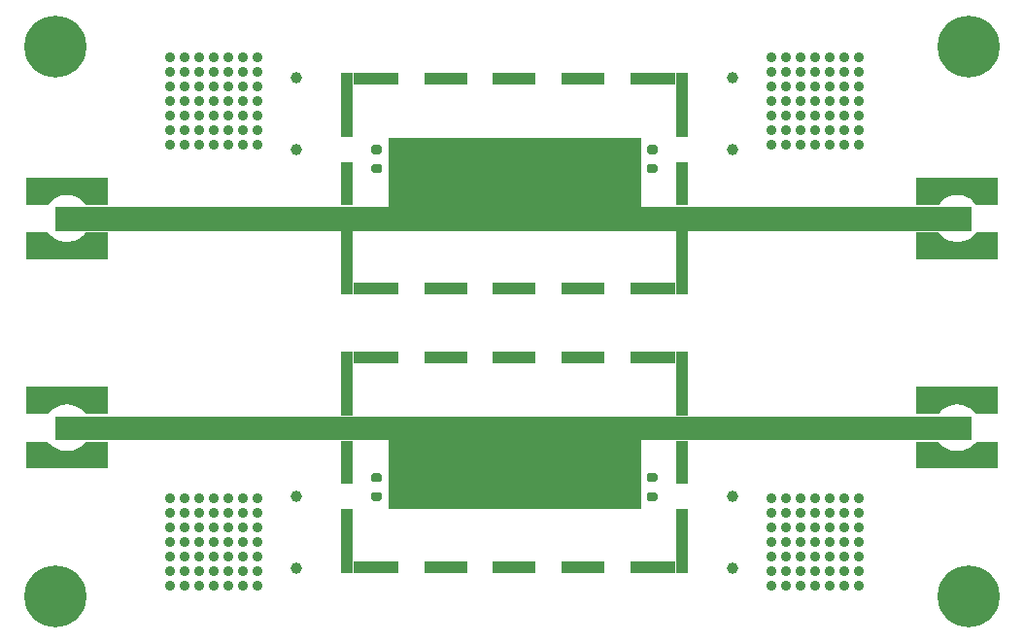
<source format=gbr>
%TF.GenerationSoftware,KiCad,Pcbnew,(5.1.9-0-10_14)*%
%TF.CreationDate,2021-09-14T14:36:21+02:00*%
%TF.ProjectId,rf-proto-card,72662d70-726f-4746-9f2d-636172642e6b,1*%
%TF.SameCoordinates,Original*%
%TF.FileFunction,Soldermask,Top*%
%TF.FilePolarity,Negative*%
%FSLAX46Y46*%
G04 Gerber Fmt 4.6, Leading zero omitted, Abs format (unit mm)*
G04 Created by KiCad (PCBNEW (5.1.9-0-10_14)) date 2021-09-14 14:36:21*
%MOMM*%
%LPD*%
G01*
G04 APERTURE LIST*
%ADD10C,0.100000*%
%ADD11R,1.000000X4.550000*%
%ADD12R,1.000000X3.800000*%
%ADD13R,3.980000X1.000000*%
%ADD14R,3.800000X1.000000*%
%ADD15R,1.000000X1.000000*%
%ADD16C,1.000000*%
%ADD17C,0.900000*%
%ADD18R,0.900000X1.300000*%
%ADD19C,1.730000*%
%ADD20C,0.800000*%
%ADD21C,5.400000*%
G04 APERTURE END LIST*
D10*
G36*
X157000000Y-84000000D02*
G01*
X185750000Y-84000000D01*
X185750000Y-86000000D01*
X106000000Y-86000000D01*
X106000000Y-84000000D01*
X135000000Y-84000000D01*
X135000000Y-78000000D01*
X157000000Y-78000000D01*
X157000000Y-84000000D01*
G37*
X157000000Y-84000000D02*
X185750000Y-84000000D01*
X185750000Y-86000000D01*
X106000000Y-86000000D01*
X106000000Y-84000000D01*
X135000000Y-84000000D01*
X135000000Y-78000000D01*
X157000000Y-78000000D01*
X157000000Y-84000000D01*
G36*
X185750000Y-104250000D02*
G01*
X157000000Y-104250000D01*
X157000000Y-110250000D01*
X135000000Y-110250000D01*
X135000000Y-104250000D01*
X106000000Y-104250000D01*
X106000000Y-102250000D01*
X185750000Y-102250000D01*
X185750000Y-104250000D01*
G37*
X185750000Y-104250000D02*
X157000000Y-104250000D01*
X157000000Y-110250000D01*
X135000000Y-110250000D01*
X135000000Y-104250000D01*
X106000000Y-104250000D01*
X106000000Y-102250000D01*
X185750000Y-102250000D01*
X185750000Y-104250000D01*
D11*
%TO.C,J5*%
X160580000Y-88375000D03*
X131420000Y-88375000D03*
D12*
X160580000Y-82000000D03*
X131420000Y-82000000D03*
D11*
X160580000Y-75625000D03*
X131420000Y-75625000D03*
D13*
X158090000Y-91150000D03*
X158090000Y-72850000D03*
D14*
X152000000Y-91150000D03*
X152000000Y-72850000D03*
X146000000Y-91150000D03*
X146000000Y-72850000D03*
X140000000Y-91150000D03*
X140000000Y-72850000D03*
D13*
X133910000Y-91150000D03*
X133910000Y-72850000D03*
D15*
X131420000Y-91150000D03*
X160580000Y-91150000D03*
X160580000Y-72850000D03*
X131420000Y-72850000D03*
%TD*%
D16*
%TO.C,TP8*%
X127000000Y-115500000D03*
%TD*%
%TO.C,TP7*%
X127000000Y-109250000D03*
%TD*%
%TO.C,TP6*%
X165000000Y-72750000D03*
%TD*%
%TO.C,TP5*%
X165000000Y-79000000D03*
%TD*%
D11*
%TO.C,J6*%
X131420000Y-99875000D03*
X160580000Y-99875000D03*
D12*
X131420000Y-106250000D03*
X160580000Y-106250000D03*
D11*
X131420000Y-112625000D03*
X160580000Y-112625000D03*
D13*
X133910000Y-97100000D03*
X133910000Y-115400000D03*
D14*
X140000000Y-97100000D03*
X140000000Y-115400000D03*
X146000000Y-97100000D03*
X146000000Y-115400000D03*
X152000000Y-97100000D03*
X152000000Y-115400000D03*
D13*
X158090000Y-97100000D03*
X158090000Y-115400000D03*
D15*
X160580000Y-97100000D03*
X131420000Y-97100000D03*
X131420000Y-115400000D03*
X160580000Y-115400000D03*
%TD*%
D17*
%TO.C,Z4*%
X169650000Y-71000000D03*
X174730000Y-71000000D03*
X173460000Y-72270000D03*
X168380000Y-71000000D03*
X169650000Y-72270000D03*
X172190000Y-71000000D03*
X176000000Y-71000000D03*
X176000000Y-72270000D03*
X176000000Y-73540000D03*
X174730000Y-73540000D03*
X174730000Y-72270000D03*
X168380000Y-72270000D03*
X168380000Y-73540000D03*
X169650000Y-73540000D03*
X173460000Y-73540000D03*
X172190000Y-73540000D03*
X172190000Y-72270000D03*
X170920000Y-73540000D03*
X170920000Y-72270000D03*
X170920000Y-71000000D03*
X173460000Y-71000000D03*
X173460000Y-74810000D03*
X169650000Y-74810000D03*
X176000000Y-74810000D03*
X176000000Y-76080000D03*
X174730000Y-76080000D03*
X174730000Y-74810000D03*
X168380000Y-74810000D03*
X168380000Y-76080000D03*
X169650000Y-76080000D03*
X173460000Y-76080000D03*
X172190000Y-76080000D03*
X172190000Y-74810000D03*
X170920000Y-76080000D03*
X170920000Y-74810000D03*
X168380000Y-78620000D03*
X168380000Y-77350000D03*
X174730000Y-77350000D03*
X174730000Y-78620000D03*
X176000000Y-78620000D03*
X176000000Y-77350000D03*
X172190000Y-77350000D03*
X172190000Y-78620000D03*
X173460000Y-78620000D03*
X173460000Y-77350000D03*
X169650000Y-77350000D03*
X170920000Y-77350000D03*
X170920000Y-78620000D03*
X169650000Y-78620000D03*
%TD*%
%TO.C,Z3*%
X122350000Y-117000000D03*
X117270000Y-117000000D03*
X118540000Y-115730000D03*
X123620000Y-117000000D03*
X122350000Y-115730000D03*
X119810000Y-117000000D03*
X116000000Y-117000000D03*
X116000000Y-115730000D03*
X116000000Y-114460000D03*
X117270000Y-114460000D03*
X117270000Y-115730000D03*
X123620000Y-115730000D03*
X123620000Y-114460000D03*
X122350000Y-114460000D03*
X118540000Y-114460000D03*
X119810000Y-114460000D03*
X119810000Y-115730000D03*
X121080000Y-114460000D03*
X121080000Y-115730000D03*
X121080000Y-117000000D03*
X118540000Y-117000000D03*
X118540000Y-113190000D03*
X122350000Y-113190000D03*
X116000000Y-113190000D03*
X116000000Y-111920000D03*
X117270000Y-111920000D03*
X117270000Y-113190000D03*
X123620000Y-113190000D03*
X123620000Y-111920000D03*
X122350000Y-111920000D03*
X118540000Y-111920000D03*
X119810000Y-111920000D03*
X119810000Y-113190000D03*
X121080000Y-111920000D03*
X121080000Y-113190000D03*
X123620000Y-109380000D03*
X123620000Y-110650000D03*
X117270000Y-110650000D03*
X117270000Y-109380000D03*
X116000000Y-109380000D03*
X116000000Y-110650000D03*
X119810000Y-110650000D03*
X119810000Y-109380000D03*
X118540000Y-109380000D03*
X118540000Y-110650000D03*
X122350000Y-110650000D03*
X121080000Y-110650000D03*
X121080000Y-109380000D03*
X122350000Y-109380000D03*
%TD*%
%TO.C,Z2*%
X169650000Y-109380000D03*
X174730000Y-109380000D03*
X173460000Y-110650000D03*
X168380000Y-109380000D03*
X169650000Y-110650000D03*
X172190000Y-109380000D03*
X176000000Y-109380000D03*
X176000000Y-110650000D03*
X176000000Y-111920000D03*
X174730000Y-111920000D03*
X174730000Y-110650000D03*
X168380000Y-110650000D03*
X168380000Y-111920000D03*
X169650000Y-111920000D03*
X173460000Y-111920000D03*
X172190000Y-111920000D03*
X172190000Y-110650000D03*
X170920000Y-111920000D03*
X170920000Y-110650000D03*
X170920000Y-109380000D03*
X173460000Y-109380000D03*
X173460000Y-113190000D03*
X169650000Y-113190000D03*
X176000000Y-113190000D03*
X176000000Y-114460000D03*
X174730000Y-114460000D03*
X174730000Y-113190000D03*
X168380000Y-113190000D03*
X168380000Y-114460000D03*
X169650000Y-114460000D03*
X173460000Y-114460000D03*
X172190000Y-114460000D03*
X172190000Y-113190000D03*
X170920000Y-114460000D03*
X170920000Y-113190000D03*
X168380000Y-117000000D03*
X168380000Y-115730000D03*
X174730000Y-115730000D03*
X174730000Y-117000000D03*
X176000000Y-117000000D03*
X176000000Y-115730000D03*
X172190000Y-115730000D03*
X172190000Y-117000000D03*
X173460000Y-117000000D03*
X173460000Y-115730000D03*
X169650000Y-115730000D03*
X170920000Y-115730000D03*
X170920000Y-117000000D03*
X169650000Y-117000000D03*
%TD*%
%TO.C,Z1*%
X117270000Y-71000000D03*
X122350000Y-71000000D03*
X121080000Y-72270000D03*
X116000000Y-71000000D03*
X117270000Y-72270000D03*
X119810000Y-71000000D03*
X123620000Y-71000000D03*
X123620000Y-72270000D03*
X123620000Y-73540000D03*
X122350000Y-73540000D03*
X122350000Y-72270000D03*
X116000000Y-72270000D03*
X116000000Y-73540000D03*
X117270000Y-73540000D03*
X121080000Y-73540000D03*
X119810000Y-73540000D03*
X119810000Y-72270000D03*
X118540000Y-73540000D03*
X118540000Y-72270000D03*
X118540000Y-71000000D03*
X121080000Y-71000000D03*
X121080000Y-74810000D03*
X117270000Y-74810000D03*
X123620000Y-74810000D03*
X123620000Y-76080000D03*
X122350000Y-76080000D03*
X122350000Y-74810000D03*
X116000000Y-74810000D03*
X116000000Y-76080000D03*
X117270000Y-76080000D03*
X121080000Y-76080000D03*
X119810000Y-76080000D03*
X119810000Y-74810000D03*
X118540000Y-76080000D03*
X118540000Y-74810000D03*
X116000000Y-78620000D03*
X116000000Y-77350000D03*
X122350000Y-77350000D03*
X122350000Y-78620000D03*
X123620000Y-78620000D03*
X123620000Y-77350000D03*
X119810000Y-77350000D03*
X119810000Y-78620000D03*
X121080000Y-78620000D03*
X121080000Y-77350000D03*
X117270000Y-77350000D03*
X118540000Y-77350000D03*
X118540000Y-78620000D03*
X117270000Y-78620000D03*
%TD*%
D10*
%TO.C,U2*%
G36*
X145133500Y-107200000D02*
G01*
X145133500Y-104075000D01*
X145550000Y-104075000D01*
X145550000Y-102600000D01*
X146450000Y-102600000D01*
X146450000Y-104075000D01*
X146866500Y-104075000D01*
X146866500Y-107200000D01*
X145133500Y-107200000D01*
G37*
D18*
X144500000Y-103250000D03*
X147500000Y-103250000D03*
%TD*%
D16*
%TO.C,TP4*%
X165000000Y-115500000D03*
%TD*%
%TO.C,TP3*%
X165000000Y-109250000D03*
%TD*%
D10*
%TO.C,J4*%
G36*
X105500000Y-104630000D02*
G01*
X105640000Y-104770000D01*
X105795000Y-104895000D01*
X105965000Y-105005000D01*
X106140000Y-105100000D01*
X106325000Y-105175000D01*
X106520000Y-105230000D01*
X106720000Y-105270000D01*
X106915000Y-105285000D01*
X107085000Y-105285000D01*
X107280000Y-105270000D01*
X107480000Y-105230000D01*
X107675000Y-105175000D01*
X107860000Y-105100000D01*
X108035000Y-105005000D01*
X108205000Y-104895000D01*
X108360000Y-104770000D01*
X108500000Y-104630000D01*
X108645000Y-104455000D01*
X110555000Y-104455000D01*
X110555000Y-106805000D01*
X103445000Y-106805000D01*
X103445000Y-104455000D01*
X105355000Y-104455000D01*
X105500000Y-104630000D01*
G37*
G36*
X108500000Y-101870000D02*
G01*
X108360000Y-101730000D01*
X108205000Y-101605000D01*
X108035000Y-101495000D01*
X107860000Y-101400000D01*
X107675000Y-101325000D01*
X107480000Y-101270000D01*
X107280000Y-101230000D01*
X107085000Y-101215000D01*
X106915000Y-101215000D01*
X106720000Y-101230000D01*
X106520000Y-101270000D01*
X106325000Y-101325000D01*
X106140000Y-101400000D01*
X105965000Y-101495000D01*
X105795000Y-101605000D01*
X105640000Y-101730000D01*
X105500000Y-101870000D01*
X105355000Y-102045000D01*
X103445000Y-102045000D01*
X103445000Y-99695000D01*
X110555000Y-99695000D01*
X110555000Y-102045000D01*
X108645000Y-102045000D01*
X108500000Y-101870000D01*
G37*
D19*
X107000000Y-103250000D03*
%TD*%
D10*
%TO.C,J2*%
G36*
X183100000Y-104630000D02*
G01*
X183240000Y-104770000D01*
X183395000Y-104895000D01*
X183565000Y-105005000D01*
X183740000Y-105100000D01*
X183925000Y-105175000D01*
X184120000Y-105230000D01*
X184320000Y-105270000D01*
X184515000Y-105285000D01*
X184685000Y-105285000D01*
X184880000Y-105270000D01*
X185080000Y-105230000D01*
X185275000Y-105175000D01*
X185460000Y-105100000D01*
X185635000Y-105005000D01*
X185805000Y-104895000D01*
X185960000Y-104770000D01*
X186100000Y-104630000D01*
X186245000Y-104455000D01*
X188155000Y-104455000D01*
X188155000Y-106805000D01*
X181045000Y-106805000D01*
X181045000Y-104455000D01*
X182955000Y-104455000D01*
X183100000Y-104630000D01*
G37*
G36*
X186100000Y-101870000D02*
G01*
X185960000Y-101730000D01*
X185805000Y-101605000D01*
X185635000Y-101495000D01*
X185460000Y-101400000D01*
X185275000Y-101325000D01*
X185080000Y-101270000D01*
X184880000Y-101230000D01*
X184685000Y-101215000D01*
X184515000Y-101215000D01*
X184320000Y-101230000D01*
X184120000Y-101270000D01*
X183925000Y-101325000D01*
X183740000Y-101400000D01*
X183565000Y-101495000D01*
X183395000Y-101605000D01*
X183240000Y-101730000D01*
X183100000Y-101870000D01*
X182955000Y-102045000D01*
X181045000Y-102045000D01*
X181045000Y-99695000D01*
X188155000Y-99695000D01*
X188155000Y-102045000D01*
X186245000Y-102045000D01*
X186100000Y-101870000D01*
G37*
D19*
X184600000Y-103250000D03*
%TD*%
%TO.C,B14*%
G36*
G01*
X133725000Y-108850000D02*
X134275000Y-108850000D01*
G75*
G02*
X134475000Y-109050000I0J-200000D01*
G01*
X134475000Y-109450000D01*
G75*
G02*
X134275000Y-109650000I-200000J0D01*
G01*
X133725000Y-109650000D01*
G75*
G02*
X133525000Y-109450000I0J200000D01*
G01*
X133525000Y-109050000D01*
G75*
G02*
X133725000Y-108850000I200000J0D01*
G01*
G37*
G36*
G01*
X133725000Y-107200000D02*
X134275000Y-107200000D01*
G75*
G02*
X134475000Y-107400000I0J-200000D01*
G01*
X134475000Y-107800000D01*
G75*
G02*
X134275000Y-108000000I-200000J0D01*
G01*
X133725000Y-108000000D01*
G75*
G02*
X133525000Y-107800000I0J200000D01*
G01*
X133525000Y-107400000D01*
G75*
G02*
X133725000Y-107200000I200000J0D01*
G01*
G37*
%TD*%
%TO.C,B13*%
G36*
G01*
X135725000Y-104500000D02*
X136275000Y-104500000D01*
G75*
G02*
X136475000Y-104700000I0J-200000D01*
G01*
X136475000Y-105100000D01*
G75*
G02*
X136275000Y-105300000I-200000J0D01*
G01*
X135725000Y-105300000D01*
G75*
G02*
X135525000Y-105100000I0J200000D01*
G01*
X135525000Y-104700000D01*
G75*
G02*
X135725000Y-104500000I200000J0D01*
G01*
G37*
G36*
G01*
X135725000Y-102850000D02*
X136275000Y-102850000D01*
G75*
G02*
X136475000Y-103050000I0J-200000D01*
G01*
X136475000Y-103450000D01*
G75*
G02*
X136275000Y-103650000I-200000J0D01*
G01*
X135725000Y-103650000D01*
G75*
G02*
X135525000Y-103450000I0J200000D01*
G01*
X135525000Y-103050000D01*
G75*
G02*
X135725000Y-102850000I200000J0D01*
G01*
G37*
%TD*%
%TO.C,B12*%
G36*
G01*
X135725000Y-108850000D02*
X136275000Y-108850000D01*
G75*
G02*
X136475000Y-109050000I0J-200000D01*
G01*
X136475000Y-109450000D01*
G75*
G02*
X136275000Y-109650000I-200000J0D01*
G01*
X135725000Y-109650000D01*
G75*
G02*
X135525000Y-109450000I0J200000D01*
G01*
X135525000Y-109050000D01*
G75*
G02*
X135725000Y-108850000I200000J0D01*
G01*
G37*
G36*
G01*
X135725000Y-107200000D02*
X136275000Y-107200000D01*
G75*
G02*
X136475000Y-107400000I0J-200000D01*
G01*
X136475000Y-107800000D01*
G75*
G02*
X136275000Y-108000000I-200000J0D01*
G01*
X135725000Y-108000000D01*
G75*
G02*
X135525000Y-107800000I0J200000D01*
G01*
X135525000Y-107400000D01*
G75*
G02*
X135725000Y-107200000I200000J0D01*
G01*
G37*
%TD*%
%TO.C,B11*%
G36*
G01*
X138575000Y-102975000D02*
X138575000Y-103525000D01*
G75*
G02*
X138375000Y-103725000I-200000J0D01*
G01*
X137975000Y-103725000D01*
G75*
G02*
X137775000Y-103525000I0J200000D01*
G01*
X137775000Y-102975000D01*
G75*
G02*
X137975000Y-102775000I200000J0D01*
G01*
X138375000Y-102775000D01*
G75*
G02*
X138575000Y-102975000I0J-200000D01*
G01*
G37*
G36*
G01*
X140225000Y-102975000D02*
X140225000Y-103525000D01*
G75*
G02*
X140025000Y-103725000I-200000J0D01*
G01*
X139625000Y-103725000D01*
G75*
G02*
X139425000Y-103525000I0J200000D01*
G01*
X139425000Y-102975000D01*
G75*
G02*
X139625000Y-102775000I200000J0D01*
G01*
X140025000Y-102775000D01*
G75*
G02*
X140225000Y-102975000I0J-200000D01*
G01*
G37*
%TD*%
%TO.C,B10*%
G36*
G01*
X138575000Y-105975000D02*
X138575000Y-106525000D01*
G75*
G02*
X138375000Y-106725000I-200000J0D01*
G01*
X137975000Y-106725000D01*
G75*
G02*
X137775000Y-106525000I0J200000D01*
G01*
X137775000Y-105975000D01*
G75*
G02*
X137975000Y-105775000I200000J0D01*
G01*
X138375000Y-105775000D01*
G75*
G02*
X138575000Y-105975000I0J-200000D01*
G01*
G37*
G36*
G01*
X140225000Y-105975000D02*
X140225000Y-106525000D01*
G75*
G02*
X140025000Y-106725000I-200000J0D01*
G01*
X139625000Y-106725000D01*
G75*
G02*
X139425000Y-106525000I0J200000D01*
G01*
X139425000Y-105975000D01*
G75*
G02*
X139625000Y-105775000I200000J0D01*
G01*
X140025000Y-105775000D01*
G75*
G02*
X140225000Y-105975000I0J-200000D01*
G01*
G37*
%TD*%
%TO.C,B9*%
G36*
G01*
X141725000Y-104500000D02*
X142275000Y-104500000D01*
G75*
G02*
X142475000Y-104700000I0J-200000D01*
G01*
X142475000Y-105100000D01*
G75*
G02*
X142275000Y-105300000I-200000J0D01*
G01*
X141725000Y-105300000D01*
G75*
G02*
X141525000Y-105100000I0J200000D01*
G01*
X141525000Y-104700000D01*
G75*
G02*
X141725000Y-104500000I200000J0D01*
G01*
G37*
G36*
G01*
X141725000Y-102850000D02*
X142275000Y-102850000D01*
G75*
G02*
X142475000Y-103050000I0J-200000D01*
G01*
X142475000Y-103450000D01*
G75*
G02*
X142275000Y-103650000I-200000J0D01*
G01*
X141725000Y-103650000D01*
G75*
G02*
X141525000Y-103450000I0J200000D01*
G01*
X141525000Y-103050000D01*
G75*
G02*
X141725000Y-102850000I200000J0D01*
G01*
G37*
%TD*%
%TO.C,B8*%
G36*
G01*
X141725000Y-108850000D02*
X142275000Y-108850000D01*
G75*
G02*
X142475000Y-109050000I0J-200000D01*
G01*
X142475000Y-109450000D01*
G75*
G02*
X142275000Y-109650000I-200000J0D01*
G01*
X141725000Y-109650000D01*
G75*
G02*
X141525000Y-109450000I0J200000D01*
G01*
X141525000Y-109050000D01*
G75*
G02*
X141725000Y-108850000I200000J0D01*
G01*
G37*
G36*
G01*
X141725000Y-107200000D02*
X142275000Y-107200000D01*
G75*
G02*
X142475000Y-107400000I0J-200000D01*
G01*
X142475000Y-107800000D01*
G75*
G02*
X142275000Y-108000000I-200000J0D01*
G01*
X141725000Y-108000000D01*
G75*
G02*
X141525000Y-107800000I0J200000D01*
G01*
X141525000Y-107400000D01*
G75*
G02*
X141725000Y-107200000I200000J0D01*
G01*
G37*
%TD*%
%TO.C,B7*%
G36*
G01*
X149725000Y-104500000D02*
X150275000Y-104500000D01*
G75*
G02*
X150475000Y-104700000I0J-200000D01*
G01*
X150475000Y-105100000D01*
G75*
G02*
X150275000Y-105300000I-200000J0D01*
G01*
X149725000Y-105300000D01*
G75*
G02*
X149525000Y-105100000I0J200000D01*
G01*
X149525000Y-104700000D01*
G75*
G02*
X149725000Y-104500000I200000J0D01*
G01*
G37*
G36*
G01*
X149725000Y-102850000D02*
X150275000Y-102850000D01*
G75*
G02*
X150475000Y-103050000I0J-200000D01*
G01*
X150475000Y-103450000D01*
G75*
G02*
X150275000Y-103650000I-200000J0D01*
G01*
X149725000Y-103650000D01*
G75*
G02*
X149525000Y-103450000I0J200000D01*
G01*
X149525000Y-103050000D01*
G75*
G02*
X149725000Y-102850000I200000J0D01*
G01*
G37*
%TD*%
%TO.C,B6*%
G36*
G01*
X149725000Y-108850000D02*
X150275000Y-108850000D01*
G75*
G02*
X150475000Y-109050000I0J-200000D01*
G01*
X150475000Y-109450000D01*
G75*
G02*
X150275000Y-109650000I-200000J0D01*
G01*
X149725000Y-109650000D01*
G75*
G02*
X149525000Y-109450000I0J200000D01*
G01*
X149525000Y-109050000D01*
G75*
G02*
X149725000Y-108850000I200000J0D01*
G01*
G37*
G36*
G01*
X149725000Y-107200000D02*
X150275000Y-107200000D01*
G75*
G02*
X150475000Y-107400000I0J-200000D01*
G01*
X150475000Y-107800000D01*
G75*
G02*
X150275000Y-108000000I-200000J0D01*
G01*
X149725000Y-108000000D01*
G75*
G02*
X149525000Y-107800000I0J200000D01*
G01*
X149525000Y-107400000D01*
G75*
G02*
X149725000Y-107200000I200000J0D01*
G01*
G37*
%TD*%
%TO.C,B5*%
G36*
G01*
X152575000Y-102975000D02*
X152575000Y-103525000D01*
G75*
G02*
X152375000Y-103725000I-200000J0D01*
G01*
X151975000Y-103725000D01*
G75*
G02*
X151775000Y-103525000I0J200000D01*
G01*
X151775000Y-102975000D01*
G75*
G02*
X151975000Y-102775000I200000J0D01*
G01*
X152375000Y-102775000D01*
G75*
G02*
X152575000Y-102975000I0J-200000D01*
G01*
G37*
G36*
G01*
X154225000Y-102975000D02*
X154225000Y-103525000D01*
G75*
G02*
X154025000Y-103725000I-200000J0D01*
G01*
X153625000Y-103725000D01*
G75*
G02*
X153425000Y-103525000I0J200000D01*
G01*
X153425000Y-102975000D01*
G75*
G02*
X153625000Y-102775000I200000J0D01*
G01*
X154025000Y-102775000D01*
G75*
G02*
X154225000Y-102975000I0J-200000D01*
G01*
G37*
%TD*%
%TO.C,B4*%
G36*
G01*
X152575000Y-105975000D02*
X152575000Y-106525000D01*
G75*
G02*
X152375000Y-106725000I-200000J0D01*
G01*
X151975000Y-106725000D01*
G75*
G02*
X151775000Y-106525000I0J200000D01*
G01*
X151775000Y-105975000D01*
G75*
G02*
X151975000Y-105775000I200000J0D01*
G01*
X152375000Y-105775000D01*
G75*
G02*
X152575000Y-105975000I0J-200000D01*
G01*
G37*
G36*
G01*
X154225000Y-105975000D02*
X154225000Y-106525000D01*
G75*
G02*
X154025000Y-106725000I-200000J0D01*
G01*
X153625000Y-106725000D01*
G75*
G02*
X153425000Y-106525000I0J200000D01*
G01*
X153425000Y-105975000D01*
G75*
G02*
X153625000Y-105775000I200000J0D01*
G01*
X154025000Y-105775000D01*
G75*
G02*
X154225000Y-105975000I0J-200000D01*
G01*
G37*
%TD*%
%TO.C,B3*%
G36*
G01*
X155725000Y-104500000D02*
X156275000Y-104500000D01*
G75*
G02*
X156475000Y-104700000I0J-200000D01*
G01*
X156475000Y-105100000D01*
G75*
G02*
X156275000Y-105300000I-200000J0D01*
G01*
X155725000Y-105300000D01*
G75*
G02*
X155525000Y-105100000I0J200000D01*
G01*
X155525000Y-104700000D01*
G75*
G02*
X155725000Y-104500000I200000J0D01*
G01*
G37*
G36*
G01*
X155725000Y-102850000D02*
X156275000Y-102850000D01*
G75*
G02*
X156475000Y-103050000I0J-200000D01*
G01*
X156475000Y-103450000D01*
G75*
G02*
X156275000Y-103650000I-200000J0D01*
G01*
X155725000Y-103650000D01*
G75*
G02*
X155525000Y-103450000I0J200000D01*
G01*
X155525000Y-103050000D01*
G75*
G02*
X155725000Y-102850000I200000J0D01*
G01*
G37*
%TD*%
%TO.C,B2*%
G36*
G01*
X155725000Y-108850000D02*
X156275000Y-108850000D01*
G75*
G02*
X156475000Y-109050000I0J-200000D01*
G01*
X156475000Y-109450000D01*
G75*
G02*
X156275000Y-109650000I-200000J0D01*
G01*
X155725000Y-109650000D01*
G75*
G02*
X155525000Y-109450000I0J200000D01*
G01*
X155525000Y-109050000D01*
G75*
G02*
X155725000Y-108850000I200000J0D01*
G01*
G37*
G36*
G01*
X155725000Y-107200000D02*
X156275000Y-107200000D01*
G75*
G02*
X156475000Y-107400000I0J-200000D01*
G01*
X156475000Y-107800000D01*
G75*
G02*
X156275000Y-108000000I-200000J0D01*
G01*
X155725000Y-108000000D01*
G75*
G02*
X155525000Y-107800000I0J200000D01*
G01*
X155525000Y-107400000D01*
G75*
G02*
X155725000Y-107200000I200000J0D01*
G01*
G37*
%TD*%
%TO.C,B1*%
G36*
G01*
X157725000Y-108850000D02*
X158275000Y-108850000D01*
G75*
G02*
X158475000Y-109050000I0J-200000D01*
G01*
X158475000Y-109450000D01*
G75*
G02*
X158275000Y-109650000I-200000J0D01*
G01*
X157725000Y-109650000D01*
G75*
G02*
X157525000Y-109450000I0J200000D01*
G01*
X157525000Y-109050000D01*
G75*
G02*
X157725000Y-108850000I200000J0D01*
G01*
G37*
G36*
G01*
X157725000Y-107200000D02*
X158275000Y-107200000D01*
G75*
G02*
X158475000Y-107400000I0J-200000D01*
G01*
X158475000Y-107800000D01*
G75*
G02*
X158275000Y-108000000I-200000J0D01*
G01*
X157725000Y-108000000D01*
G75*
G02*
X157525000Y-107800000I0J200000D01*
G01*
X157525000Y-107400000D01*
G75*
G02*
X157725000Y-107200000I200000J0D01*
G01*
G37*
%TD*%
D10*
%TO.C,U1*%
G36*
X146866500Y-81050000D02*
G01*
X146866500Y-84175000D01*
X146450000Y-84175000D01*
X146450000Y-85650000D01*
X145550000Y-85650000D01*
X145550000Y-84175000D01*
X145133500Y-84175000D01*
X145133500Y-81050000D01*
X146866500Y-81050000D01*
G37*
D18*
X147500000Y-85000000D03*
X144500000Y-85000000D03*
%TD*%
D16*
%TO.C,TP2*%
X127000000Y-72750000D03*
%TD*%
%TO.C,TP1*%
X127000000Y-79000000D03*
%TD*%
D10*
%TO.C,J3*%
G36*
X186100000Y-83620000D02*
G01*
X185960000Y-83480000D01*
X185805000Y-83355000D01*
X185635000Y-83245000D01*
X185460000Y-83150000D01*
X185275000Y-83075000D01*
X185080000Y-83020000D01*
X184880000Y-82980000D01*
X184685000Y-82965000D01*
X184515000Y-82965000D01*
X184320000Y-82980000D01*
X184120000Y-83020000D01*
X183925000Y-83075000D01*
X183740000Y-83150000D01*
X183565000Y-83245000D01*
X183395000Y-83355000D01*
X183240000Y-83480000D01*
X183100000Y-83620000D01*
X182955000Y-83795000D01*
X181045000Y-83795000D01*
X181045000Y-81445000D01*
X188155000Y-81445000D01*
X188155000Y-83795000D01*
X186245000Y-83795000D01*
X186100000Y-83620000D01*
G37*
G36*
X183100000Y-86380000D02*
G01*
X183240000Y-86520000D01*
X183395000Y-86645000D01*
X183565000Y-86755000D01*
X183740000Y-86850000D01*
X183925000Y-86925000D01*
X184120000Y-86980000D01*
X184320000Y-87020000D01*
X184515000Y-87035000D01*
X184685000Y-87035000D01*
X184880000Y-87020000D01*
X185080000Y-86980000D01*
X185275000Y-86925000D01*
X185460000Y-86850000D01*
X185635000Y-86755000D01*
X185805000Y-86645000D01*
X185960000Y-86520000D01*
X186100000Y-86380000D01*
X186245000Y-86205000D01*
X188155000Y-86205000D01*
X188155000Y-88555000D01*
X181045000Y-88555000D01*
X181045000Y-86205000D01*
X182955000Y-86205000D01*
X183100000Y-86380000D01*
G37*
D19*
X184600000Y-85000000D03*
%TD*%
D10*
%TO.C,J1*%
G36*
X108500000Y-83620000D02*
G01*
X108360000Y-83480000D01*
X108205000Y-83355000D01*
X108035000Y-83245000D01*
X107860000Y-83150000D01*
X107675000Y-83075000D01*
X107480000Y-83020000D01*
X107280000Y-82980000D01*
X107085000Y-82965000D01*
X106915000Y-82965000D01*
X106720000Y-82980000D01*
X106520000Y-83020000D01*
X106325000Y-83075000D01*
X106140000Y-83150000D01*
X105965000Y-83245000D01*
X105795000Y-83355000D01*
X105640000Y-83480000D01*
X105500000Y-83620000D01*
X105355000Y-83795000D01*
X103445000Y-83795000D01*
X103445000Y-81445000D01*
X110555000Y-81445000D01*
X110555000Y-83795000D01*
X108645000Y-83795000D01*
X108500000Y-83620000D01*
G37*
G36*
X105500000Y-86380000D02*
G01*
X105640000Y-86520000D01*
X105795000Y-86645000D01*
X105965000Y-86755000D01*
X106140000Y-86850000D01*
X106325000Y-86925000D01*
X106520000Y-86980000D01*
X106720000Y-87020000D01*
X106915000Y-87035000D01*
X107085000Y-87035000D01*
X107280000Y-87020000D01*
X107480000Y-86980000D01*
X107675000Y-86925000D01*
X107860000Y-86850000D01*
X108035000Y-86755000D01*
X108205000Y-86645000D01*
X108360000Y-86520000D01*
X108500000Y-86380000D01*
X108645000Y-86205000D01*
X110555000Y-86205000D01*
X110555000Y-88555000D01*
X103445000Y-88555000D01*
X103445000Y-86205000D01*
X105355000Y-86205000D01*
X105500000Y-86380000D01*
G37*
D19*
X107000000Y-85000000D03*
%TD*%
%TO.C,A11*%
G36*
G01*
X152575000Y-84725000D02*
X152575000Y-85275000D01*
G75*
G02*
X152375000Y-85475000I-200000J0D01*
G01*
X151975000Y-85475000D01*
G75*
G02*
X151775000Y-85275000I0J200000D01*
G01*
X151775000Y-84725000D01*
G75*
G02*
X151975000Y-84525000I200000J0D01*
G01*
X152375000Y-84525000D01*
G75*
G02*
X152575000Y-84725000I0J-200000D01*
G01*
G37*
G36*
G01*
X154225000Y-84725000D02*
X154225000Y-85275000D01*
G75*
G02*
X154025000Y-85475000I-200000J0D01*
G01*
X153625000Y-85475000D01*
G75*
G02*
X153425000Y-85275000I0J200000D01*
G01*
X153425000Y-84725000D01*
G75*
G02*
X153625000Y-84525000I200000J0D01*
G01*
X154025000Y-84525000D01*
G75*
G02*
X154225000Y-84725000I0J-200000D01*
G01*
G37*
%TD*%
%TO.C,A5*%
G36*
G01*
X138575000Y-84725000D02*
X138575000Y-85275000D01*
G75*
G02*
X138375000Y-85475000I-200000J0D01*
G01*
X137975000Y-85475000D01*
G75*
G02*
X137775000Y-85275000I0J200000D01*
G01*
X137775000Y-84725000D01*
G75*
G02*
X137975000Y-84525000I200000J0D01*
G01*
X138375000Y-84525000D01*
G75*
G02*
X138575000Y-84725000I0J-200000D01*
G01*
G37*
G36*
G01*
X140225000Y-84725000D02*
X140225000Y-85275000D01*
G75*
G02*
X140025000Y-85475000I-200000J0D01*
G01*
X139625000Y-85475000D01*
G75*
G02*
X139425000Y-85275000I0J200000D01*
G01*
X139425000Y-84725000D01*
G75*
G02*
X139625000Y-84525000I200000J0D01*
G01*
X140025000Y-84525000D01*
G75*
G02*
X140225000Y-84725000I0J-200000D01*
G01*
G37*
%TD*%
%TO.C,A13*%
G36*
G01*
X156275000Y-83750000D02*
X155725000Y-83750000D01*
G75*
G02*
X155525000Y-83550000I0J200000D01*
G01*
X155525000Y-83150000D01*
G75*
G02*
X155725000Y-82950000I200000J0D01*
G01*
X156275000Y-82950000D01*
G75*
G02*
X156475000Y-83150000I0J-200000D01*
G01*
X156475000Y-83550000D01*
G75*
G02*
X156275000Y-83750000I-200000J0D01*
G01*
G37*
G36*
G01*
X156275000Y-85400000D02*
X155725000Y-85400000D01*
G75*
G02*
X155525000Y-85200000I0J200000D01*
G01*
X155525000Y-84800000D01*
G75*
G02*
X155725000Y-84600000I200000J0D01*
G01*
X156275000Y-84600000D01*
G75*
G02*
X156475000Y-84800000I0J-200000D01*
G01*
X156475000Y-85200000D01*
G75*
G02*
X156275000Y-85400000I-200000J0D01*
G01*
G37*
%TD*%
%TO.C,A9*%
G36*
G01*
X150275000Y-83750000D02*
X149725000Y-83750000D01*
G75*
G02*
X149525000Y-83550000I0J200000D01*
G01*
X149525000Y-83150000D01*
G75*
G02*
X149725000Y-82950000I200000J0D01*
G01*
X150275000Y-82950000D01*
G75*
G02*
X150475000Y-83150000I0J-200000D01*
G01*
X150475000Y-83550000D01*
G75*
G02*
X150275000Y-83750000I-200000J0D01*
G01*
G37*
G36*
G01*
X150275000Y-85400000D02*
X149725000Y-85400000D01*
G75*
G02*
X149525000Y-85200000I0J200000D01*
G01*
X149525000Y-84800000D01*
G75*
G02*
X149725000Y-84600000I200000J0D01*
G01*
X150275000Y-84600000D01*
G75*
G02*
X150475000Y-84800000I0J-200000D01*
G01*
X150475000Y-85200000D01*
G75*
G02*
X150275000Y-85400000I-200000J0D01*
G01*
G37*
%TD*%
%TO.C,A7*%
G36*
G01*
X142275000Y-83750000D02*
X141725000Y-83750000D01*
G75*
G02*
X141525000Y-83550000I0J200000D01*
G01*
X141525000Y-83150000D01*
G75*
G02*
X141725000Y-82950000I200000J0D01*
G01*
X142275000Y-82950000D01*
G75*
G02*
X142475000Y-83150000I0J-200000D01*
G01*
X142475000Y-83550000D01*
G75*
G02*
X142275000Y-83750000I-200000J0D01*
G01*
G37*
G36*
G01*
X142275000Y-85400000D02*
X141725000Y-85400000D01*
G75*
G02*
X141525000Y-85200000I0J200000D01*
G01*
X141525000Y-84800000D01*
G75*
G02*
X141725000Y-84600000I200000J0D01*
G01*
X142275000Y-84600000D01*
G75*
G02*
X142475000Y-84800000I0J-200000D01*
G01*
X142475000Y-85200000D01*
G75*
G02*
X142275000Y-85400000I-200000J0D01*
G01*
G37*
%TD*%
%TO.C,A3*%
G36*
G01*
X136275000Y-83750000D02*
X135725000Y-83750000D01*
G75*
G02*
X135525000Y-83550000I0J200000D01*
G01*
X135525000Y-83150000D01*
G75*
G02*
X135725000Y-82950000I200000J0D01*
G01*
X136275000Y-82950000D01*
G75*
G02*
X136475000Y-83150000I0J-200000D01*
G01*
X136475000Y-83550000D01*
G75*
G02*
X136275000Y-83750000I-200000J0D01*
G01*
G37*
G36*
G01*
X136275000Y-85400000D02*
X135725000Y-85400000D01*
G75*
G02*
X135525000Y-85200000I0J200000D01*
G01*
X135525000Y-84800000D01*
G75*
G02*
X135725000Y-84600000I200000J0D01*
G01*
X136275000Y-84600000D01*
G75*
G02*
X136475000Y-84800000I0J-200000D01*
G01*
X136475000Y-85200000D01*
G75*
G02*
X136275000Y-85400000I-200000J0D01*
G01*
G37*
%TD*%
%TO.C,A10*%
G36*
G01*
X152575000Y-81725000D02*
X152575000Y-82275000D01*
G75*
G02*
X152375000Y-82475000I-200000J0D01*
G01*
X151975000Y-82475000D01*
G75*
G02*
X151775000Y-82275000I0J200000D01*
G01*
X151775000Y-81725000D01*
G75*
G02*
X151975000Y-81525000I200000J0D01*
G01*
X152375000Y-81525000D01*
G75*
G02*
X152575000Y-81725000I0J-200000D01*
G01*
G37*
G36*
G01*
X154225000Y-81725000D02*
X154225000Y-82275000D01*
G75*
G02*
X154025000Y-82475000I-200000J0D01*
G01*
X153625000Y-82475000D01*
G75*
G02*
X153425000Y-82275000I0J200000D01*
G01*
X153425000Y-81725000D01*
G75*
G02*
X153625000Y-81525000I200000J0D01*
G01*
X154025000Y-81525000D01*
G75*
G02*
X154225000Y-81725000I0J-200000D01*
G01*
G37*
%TD*%
%TO.C,A4*%
G36*
G01*
X138575000Y-81725000D02*
X138575000Y-82275000D01*
G75*
G02*
X138375000Y-82475000I-200000J0D01*
G01*
X137975000Y-82475000D01*
G75*
G02*
X137775000Y-82275000I0J200000D01*
G01*
X137775000Y-81725000D01*
G75*
G02*
X137975000Y-81525000I200000J0D01*
G01*
X138375000Y-81525000D01*
G75*
G02*
X138575000Y-81725000I0J-200000D01*
G01*
G37*
G36*
G01*
X140225000Y-81725000D02*
X140225000Y-82275000D01*
G75*
G02*
X140025000Y-82475000I-200000J0D01*
G01*
X139625000Y-82475000D01*
G75*
G02*
X139425000Y-82275000I0J200000D01*
G01*
X139425000Y-81725000D01*
G75*
G02*
X139625000Y-81525000I200000J0D01*
G01*
X140025000Y-81525000D01*
G75*
G02*
X140225000Y-81725000I0J-200000D01*
G01*
G37*
%TD*%
%TO.C,A14*%
G36*
G01*
X158275000Y-79400000D02*
X157725000Y-79400000D01*
G75*
G02*
X157525000Y-79200000I0J200000D01*
G01*
X157525000Y-78800000D01*
G75*
G02*
X157725000Y-78600000I200000J0D01*
G01*
X158275000Y-78600000D01*
G75*
G02*
X158475000Y-78800000I0J-200000D01*
G01*
X158475000Y-79200000D01*
G75*
G02*
X158275000Y-79400000I-200000J0D01*
G01*
G37*
G36*
G01*
X158275000Y-81050000D02*
X157725000Y-81050000D01*
G75*
G02*
X157525000Y-80850000I0J200000D01*
G01*
X157525000Y-80450000D01*
G75*
G02*
X157725000Y-80250000I200000J0D01*
G01*
X158275000Y-80250000D01*
G75*
G02*
X158475000Y-80450000I0J-200000D01*
G01*
X158475000Y-80850000D01*
G75*
G02*
X158275000Y-81050000I-200000J0D01*
G01*
G37*
%TD*%
%TO.C,A12*%
G36*
G01*
X156275000Y-79400000D02*
X155725000Y-79400000D01*
G75*
G02*
X155525000Y-79200000I0J200000D01*
G01*
X155525000Y-78800000D01*
G75*
G02*
X155725000Y-78600000I200000J0D01*
G01*
X156275000Y-78600000D01*
G75*
G02*
X156475000Y-78800000I0J-200000D01*
G01*
X156475000Y-79200000D01*
G75*
G02*
X156275000Y-79400000I-200000J0D01*
G01*
G37*
G36*
G01*
X156275000Y-81050000D02*
X155725000Y-81050000D01*
G75*
G02*
X155525000Y-80850000I0J200000D01*
G01*
X155525000Y-80450000D01*
G75*
G02*
X155725000Y-80250000I200000J0D01*
G01*
X156275000Y-80250000D01*
G75*
G02*
X156475000Y-80450000I0J-200000D01*
G01*
X156475000Y-80850000D01*
G75*
G02*
X156275000Y-81050000I-200000J0D01*
G01*
G37*
%TD*%
%TO.C,A8*%
G36*
G01*
X150275000Y-79400000D02*
X149725000Y-79400000D01*
G75*
G02*
X149525000Y-79200000I0J200000D01*
G01*
X149525000Y-78800000D01*
G75*
G02*
X149725000Y-78600000I200000J0D01*
G01*
X150275000Y-78600000D01*
G75*
G02*
X150475000Y-78800000I0J-200000D01*
G01*
X150475000Y-79200000D01*
G75*
G02*
X150275000Y-79400000I-200000J0D01*
G01*
G37*
G36*
G01*
X150275000Y-81050000D02*
X149725000Y-81050000D01*
G75*
G02*
X149525000Y-80850000I0J200000D01*
G01*
X149525000Y-80450000D01*
G75*
G02*
X149725000Y-80250000I200000J0D01*
G01*
X150275000Y-80250000D01*
G75*
G02*
X150475000Y-80450000I0J-200000D01*
G01*
X150475000Y-80850000D01*
G75*
G02*
X150275000Y-81050000I-200000J0D01*
G01*
G37*
%TD*%
%TO.C,A6*%
G36*
G01*
X142275000Y-79400000D02*
X141725000Y-79400000D01*
G75*
G02*
X141525000Y-79200000I0J200000D01*
G01*
X141525000Y-78800000D01*
G75*
G02*
X141725000Y-78600000I200000J0D01*
G01*
X142275000Y-78600000D01*
G75*
G02*
X142475000Y-78800000I0J-200000D01*
G01*
X142475000Y-79200000D01*
G75*
G02*
X142275000Y-79400000I-200000J0D01*
G01*
G37*
G36*
G01*
X142275000Y-81050000D02*
X141725000Y-81050000D01*
G75*
G02*
X141525000Y-80850000I0J200000D01*
G01*
X141525000Y-80450000D01*
G75*
G02*
X141725000Y-80250000I200000J0D01*
G01*
X142275000Y-80250000D01*
G75*
G02*
X142475000Y-80450000I0J-200000D01*
G01*
X142475000Y-80850000D01*
G75*
G02*
X142275000Y-81050000I-200000J0D01*
G01*
G37*
%TD*%
%TO.C,A2*%
G36*
G01*
X136275000Y-79400000D02*
X135725000Y-79400000D01*
G75*
G02*
X135525000Y-79200000I0J200000D01*
G01*
X135525000Y-78800000D01*
G75*
G02*
X135725000Y-78600000I200000J0D01*
G01*
X136275000Y-78600000D01*
G75*
G02*
X136475000Y-78800000I0J-200000D01*
G01*
X136475000Y-79200000D01*
G75*
G02*
X136275000Y-79400000I-200000J0D01*
G01*
G37*
G36*
G01*
X136275000Y-81050000D02*
X135725000Y-81050000D01*
G75*
G02*
X135525000Y-80850000I0J200000D01*
G01*
X135525000Y-80450000D01*
G75*
G02*
X135725000Y-80250000I200000J0D01*
G01*
X136275000Y-80250000D01*
G75*
G02*
X136475000Y-80450000I0J-200000D01*
G01*
X136475000Y-80850000D01*
G75*
G02*
X136275000Y-81050000I-200000J0D01*
G01*
G37*
%TD*%
%TO.C,A1*%
G36*
G01*
X134275000Y-79400000D02*
X133725000Y-79400000D01*
G75*
G02*
X133525000Y-79200000I0J200000D01*
G01*
X133525000Y-78800000D01*
G75*
G02*
X133725000Y-78600000I200000J0D01*
G01*
X134275000Y-78600000D01*
G75*
G02*
X134475000Y-78800000I0J-200000D01*
G01*
X134475000Y-79200000D01*
G75*
G02*
X134275000Y-79400000I-200000J0D01*
G01*
G37*
G36*
G01*
X134275000Y-81050000D02*
X133725000Y-81050000D01*
G75*
G02*
X133525000Y-80850000I0J200000D01*
G01*
X133525000Y-80450000D01*
G75*
G02*
X133725000Y-80250000I200000J0D01*
G01*
X134275000Y-80250000D01*
G75*
G02*
X134475000Y-80450000I0J-200000D01*
G01*
X134475000Y-80850000D01*
G75*
G02*
X134275000Y-81050000I-200000J0D01*
G01*
G37*
%TD*%
D20*
%TO.C,H4*%
X187031891Y-68568109D03*
X185600000Y-67975000D03*
X184168109Y-68568109D03*
X183575000Y-70000000D03*
X184168109Y-71431891D03*
X185600000Y-72025000D03*
X187031891Y-71431891D03*
X187625000Y-70000000D03*
D21*
X185600000Y-70000000D03*
%TD*%
D20*
%TO.C,H3*%
X187031891Y-116548109D03*
X185600000Y-115955000D03*
X184168109Y-116548109D03*
X183575000Y-117980000D03*
X184168109Y-119411891D03*
X185600000Y-120005000D03*
X187031891Y-119411891D03*
X187625000Y-117980000D03*
D21*
X185600000Y-117980000D03*
%TD*%
D20*
%TO.C,H2*%
X107431891Y-116548109D03*
X106000000Y-115955000D03*
X104568109Y-116548109D03*
X103975000Y-117980000D03*
X104568109Y-119411891D03*
X106000000Y-120005000D03*
X107431891Y-119411891D03*
X108025000Y-117980000D03*
D21*
X106000000Y-117980000D03*
%TD*%
D20*
%TO.C,H1*%
X107431891Y-68568109D03*
X106000000Y-67975000D03*
X104568109Y-68568109D03*
X103975000Y-70000000D03*
X104568109Y-71431891D03*
X106000000Y-72025000D03*
X107431891Y-71431891D03*
X108025000Y-70000000D03*
D21*
X106000000Y-70000000D03*
%TD*%
M02*

</source>
